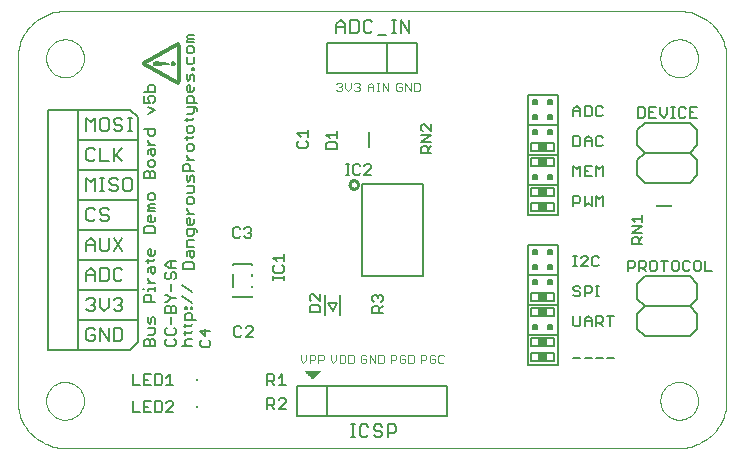
<source format=gto>
G75*
G70*
%OFA0B0*%
%FSLAX24Y24*%
%IPPOS*%
%LPD*%
%AMOC8*
5,1,8,0,0,1.08239X$1,22.5*
%
%ADD10C,0.0100*%
%ADD11C,0.0050*%
%ADD12C,0.0040*%
%ADD13C,0.0080*%
%ADD14C,0.0025*%
%ADD15R,0.0079X0.0079*%
%ADD16C,0.0060*%
%ADD17R,0.0551X0.0039*%
%ADD18R,0.0551X0.0079*%
%ADD19R,0.0039X0.0079*%
%ADD20R,0.0039X0.0551*%
%ADD21R,0.0079X0.0551*%
%ADD22R,0.0079X0.0039*%
%ADD23C,0.0120*%
%ADD24C,0.0000*%
D10*
X015453Y012198D02*
X015455Y012221D01*
X015461Y012244D01*
X015470Y012265D01*
X015483Y012285D01*
X015499Y012302D01*
X015517Y012316D01*
X015537Y012327D01*
X015559Y012335D01*
X015582Y012339D01*
X015606Y012339D01*
X015629Y012335D01*
X015651Y012327D01*
X015671Y012316D01*
X015689Y012302D01*
X015705Y012285D01*
X015718Y012265D01*
X015727Y012244D01*
X015733Y012221D01*
X015735Y012198D01*
X015733Y012175D01*
X015727Y012152D01*
X015718Y012131D01*
X015705Y012111D01*
X015689Y012094D01*
X015671Y012080D01*
X015651Y012069D01*
X015629Y012061D01*
X015606Y012057D01*
X015582Y012057D01*
X015559Y012061D01*
X015537Y012069D01*
X015517Y012080D01*
X015499Y012094D01*
X015483Y012111D01*
X015470Y012131D01*
X015461Y012152D01*
X015455Y012175D01*
X015453Y012198D01*
D11*
X015453Y012526D02*
X015336Y012526D01*
X015394Y012526D02*
X015394Y012877D01*
X015336Y012877D02*
X015453Y012877D01*
X015582Y012818D02*
X015582Y012585D01*
X015640Y012526D01*
X015757Y012526D01*
X015815Y012585D01*
X015950Y012526D02*
X016183Y012760D01*
X016183Y012818D01*
X016125Y012877D01*
X016008Y012877D01*
X015950Y012818D01*
X015815Y012818D02*
X015757Y012877D01*
X015640Y012877D01*
X015582Y012818D01*
X015950Y012526D02*
X016183Y012526D01*
X015031Y013369D02*
X015031Y013544D01*
X014973Y013602D01*
X014739Y013602D01*
X014681Y013544D01*
X014681Y013369D01*
X015031Y013369D01*
X015031Y013737D02*
X015031Y013971D01*
X015031Y013854D02*
X014681Y013854D01*
X014797Y013737D01*
X014069Y013790D02*
X014069Y014024D01*
X014069Y013907D02*
X013719Y013907D01*
X013836Y013790D01*
X013778Y013656D02*
X013719Y013597D01*
X013719Y013480D01*
X013778Y013422D01*
X014011Y013422D01*
X014069Y013480D01*
X014069Y013597D01*
X014011Y013656D01*
X014714Y015909D02*
X014714Y016909D01*
X016714Y016909D01*
X016714Y015909D01*
X014714Y015909D01*
X016714Y015909D02*
X017714Y015909D01*
X017714Y016909D01*
X016714Y016909D01*
X017890Y014206D02*
X017832Y014147D01*
X017832Y014031D01*
X017890Y013972D01*
X017832Y013837D02*
X018182Y013837D01*
X017832Y013604D01*
X018182Y013604D01*
X018182Y013469D02*
X018065Y013352D01*
X018065Y013411D02*
X018065Y013236D01*
X018182Y013236D02*
X017832Y013236D01*
X017832Y013411D01*
X017890Y013469D01*
X018007Y013469D01*
X018065Y013411D01*
X018182Y013972D02*
X017948Y014206D01*
X017890Y014206D01*
X018182Y014206D02*
X018182Y013972D01*
X021394Y014198D02*
X021394Y013198D01*
X021394Y012198D01*
X021394Y011198D01*
X022394Y011198D01*
X022394Y012198D01*
X021394Y012198D01*
X021519Y012073D02*
X022269Y012073D01*
X022269Y011823D01*
X021519Y011823D01*
X021519Y012073D01*
X021769Y012073D02*
X022019Y012073D01*
X022019Y012048D01*
X021769Y012048D01*
X021769Y012073D01*
X021769Y012048D02*
X021769Y011998D01*
X022019Y011998D01*
X022019Y011948D01*
X021769Y011948D01*
X021769Y011898D01*
X022019Y011898D01*
X022019Y011848D01*
X021769Y011848D01*
X021769Y011898D01*
X021769Y011948D02*
X021769Y011998D01*
X021769Y011848D02*
X021769Y011823D01*
X022019Y011823D01*
X022019Y011848D01*
X022019Y011898D02*
X022019Y011948D01*
X022019Y011998D02*
X022019Y012048D01*
X022394Y012198D02*
X022394Y013198D01*
X021394Y013198D01*
X021519Y013323D02*
X022269Y013323D01*
X022269Y013573D01*
X021519Y013573D01*
X021519Y013323D01*
X021519Y013073D02*
X022269Y013073D01*
X022269Y012823D01*
X021519Y012823D01*
X021519Y013073D01*
X021769Y013073D02*
X022019Y013073D01*
X022019Y013048D01*
X021769Y013048D01*
X021769Y013073D01*
X021769Y013048D02*
X021769Y012998D01*
X022019Y012998D01*
X022019Y012948D01*
X021769Y012948D01*
X021769Y012898D01*
X022019Y012898D01*
X022019Y012848D01*
X021769Y012848D01*
X021769Y012898D01*
X021769Y012948D02*
X021769Y012998D01*
X021769Y012848D02*
X021769Y012823D01*
X022019Y012823D01*
X022019Y012848D01*
X022019Y012898D02*
X022019Y012948D01*
X022019Y012998D02*
X022019Y013048D01*
X022019Y013323D02*
X021769Y013323D01*
X021769Y013348D01*
X022019Y013348D01*
X022019Y013323D01*
X022019Y013348D02*
X022019Y013398D01*
X021769Y013398D01*
X021769Y013448D01*
X022019Y013448D01*
X022019Y013498D01*
X021769Y013498D01*
X021769Y013548D01*
X022019Y013548D01*
X022019Y013498D01*
X022019Y013548D02*
X022019Y013573D01*
X021769Y013573D01*
X021769Y013548D01*
X021769Y013498D02*
X021769Y013448D01*
X021769Y013398D02*
X021769Y013348D01*
X022019Y013398D02*
X022019Y013448D01*
X022394Y013198D02*
X022394Y014198D01*
X021394Y014198D01*
X021394Y015198D01*
X022394Y015198D01*
X022394Y014198D01*
X022207Y014385D02*
X022082Y014385D01*
X022082Y014398D01*
X022082Y014448D01*
X022207Y014448D01*
X022207Y014498D01*
X022082Y014498D01*
X022082Y014510D01*
X022207Y014510D01*
X022207Y014498D01*
X022207Y014448D02*
X022207Y014398D01*
X022082Y014398D01*
X022082Y014448D02*
X022082Y014498D01*
X022207Y014398D02*
X022207Y014385D01*
X022207Y014010D02*
X022082Y014010D01*
X022082Y013998D01*
X022207Y013998D01*
X022207Y013948D01*
X022082Y013948D01*
X022082Y013898D01*
X022207Y013898D01*
X022207Y013885D01*
X022082Y013885D01*
X022082Y013898D01*
X022082Y013948D02*
X022082Y013998D01*
X022207Y014010D02*
X022207Y013998D01*
X022207Y013948D02*
X022207Y013898D01*
X021707Y013898D02*
X021582Y013898D01*
X021582Y013948D01*
X021707Y013948D01*
X021707Y013998D01*
X021582Y013998D01*
X021582Y014010D01*
X021707Y014010D01*
X021707Y013998D01*
X021707Y013948D02*
X021707Y013898D01*
X021707Y013885D01*
X021582Y013885D01*
X021582Y013898D01*
X021582Y013948D02*
X021582Y013998D01*
X021582Y014385D02*
X021707Y014385D01*
X021707Y014398D01*
X021582Y014398D01*
X021582Y014448D01*
X021707Y014448D01*
X021707Y014498D01*
X021582Y014498D01*
X021582Y014510D01*
X021707Y014510D01*
X021707Y014498D01*
X021707Y014448D02*
X021707Y014398D01*
X021582Y014385D02*
X021582Y014398D01*
X021582Y014448D02*
X021582Y014498D01*
X021582Y014885D02*
X021707Y014885D01*
X021707Y014898D01*
X021582Y014898D01*
X021582Y014948D01*
X021707Y014948D01*
X021707Y014998D01*
X021582Y014998D01*
X021582Y015010D01*
X021707Y015010D01*
X021707Y014998D01*
X021707Y014948D02*
X021707Y014898D01*
X021582Y014885D02*
X021582Y014898D01*
X021582Y014948D02*
X021582Y014998D01*
X022082Y014998D02*
X022207Y014998D01*
X022207Y014948D01*
X022082Y014948D01*
X022082Y014898D01*
X022207Y014898D01*
X022207Y014885D01*
X022082Y014885D01*
X022082Y014898D01*
X022082Y014948D02*
X022082Y014998D01*
X022082Y015010D01*
X022207Y015010D01*
X022207Y014998D01*
X022207Y014948D02*
X022207Y014898D01*
X022919Y014706D02*
X022919Y014473D01*
X022919Y014648D02*
X023153Y014648D01*
X023153Y014706D02*
X023153Y014473D01*
X023288Y014473D02*
X023463Y014473D01*
X023521Y014531D01*
X023521Y014765D01*
X023463Y014823D01*
X023288Y014823D01*
X023288Y014473D01*
X023153Y014706D02*
X023036Y014823D01*
X022919Y014706D01*
X023656Y014765D02*
X023656Y014531D01*
X023714Y014473D01*
X023831Y014473D01*
X023889Y014531D01*
X023889Y014765D02*
X023831Y014823D01*
X023714Y014823D01*
X023656Y014765D01*
X023714Y013823D02*
X023656Y013765D01*
X023656Y013531D01*
X023714Y013473D01*
X023831Y013473D01*
X023889Y013531D01*
X023521Y013473D02*
X023521Y013706D01*
X023404Y013823D01*
X023288Y013706D01*
X023288Y013473D01*
X023153Y013531D02*
X023153Y013765D01*
X023094Y013823D01*
X022919Y013823D01*
X022919Y013473D01*
X023094Y013473D01*
X023153Y013531D01*
X023288Y013648D02*
X023521Y013648D01*
X023714Y013823D02*
X023831Y013823D01*
X023889Y013765D01*
X025073Y014434D02*
X025248Y014434D01*
X025306Y014493D01*
X025306Y014726D01*
X025248Y014784D01*
X025073Y014784D01*
X025073Y014434D01*
X025441Y014434D02*
X025675Y014434D01*
X025809Y014551D02*
X025926Y014434D01*
X026043Y014551D01*
X026043Y014784D01*
X026178Y014784D02*
X026295Y014784D01*
X026236Y014784D02*
X026236Y014434D01*
X026178Y014434D02*
X026295Y014434D01*
X026423Y014493D02*
X026482Y014434D01*
X026598Y014434D01*
X026657Y014493D01*
X026792Y014434D02*
X027025Y014434D01*
X026908Y014609D02*
X026792Y014609D01*
X026792Y014784D02*
X026792Y014434D01*
X026657Y014726D02*
X026598Y014784D01*
X026482Y014784D01*
X026423Y014726D01*
X026423Y014493D01*
X026792Y014784D02*
X027025Y014784D01*
X025809Y014784D02*
X025809Y014551D01*
X025558Y014609D02*
X025441Y014609D01*
X025441Y014784D02*
X025441Y014434D01*
X025441Y014784D02*
X025675Y014784D01*
X023889Y012823D02*
X023889Y012473D01*
X023656Y012473D02*
X023656Y012823D01*
X023773Y012706D01*
X023889Y012823D01*
X023521Y012823D02*
X023288Y012823D01*
X023288Y012473D01*
X023521Y012473D01*
X023404Y012648D02*
X023288Y012648D01*
X023153Y012823D02*
X023153Y012473D01*
X022919Y012473D02*
X022919Y012823D01*
X023036Y012706D01*
X023153Y012823D01*
X022207Y012510D02*
X022082Y012510D01*
X022082Y012498D01*
X022207Y012498D01*
X022207Y012448D01*
X022082Y012448D01*
X022082Y012398D01*
X022207Y012398D01*
X022207Y012385D01*
X022082Y012385D01*
X022082Y012398D01*
X022082Y012448D02*
X022082Y012498D01*
X022207Y012510D02*
X022207Y012498D01*
X022207Y012448D02*
X022207Y012398D01*
X021707Y012398D02*
X021582Y012398D01*
X021582Y012448D01*
X021707Y012448D01*
X021707Y012498D01*
X021582Y012498D01*
X021582Y012510D01*
X021707Y012510D01*
X021707Y012498D01*
X021707Y012448D02*
X021707Y012398D01*
X021707Y012385D01*
X021582Y012385D01*
X021582Y012398D01*
X021582Y012448D02*
X021582Y012498D01*
X021519Y011573D02*
X022269Y011573D01*
X022269Y011323D01*
X021519Y011323D01*
X021519Y011573D01*
X021769Y011573D02*
X022019Y011573D01*
X022019Y011548D01*
X021769Y011548D01*
X021769Y011573D01*
X021769Y011548D02*
X021769Y011498D01*
X022019Y011498D01*
X022019Y011448D01*
X021769Y011448D01*
X021769Y011398D01*
X022019Y011398D01*
X022019Y011348D01*
X021769Y011348D01*
X021769Y011398D01*
X021769Y011448D02*
X021769Y011498D01*
X021769Y011348D02*
X021769Y011323D01*
X022019Y011323D01*
X022019Y011348D01*
X022019Y011398D02*
X022019Y011448D01*
X022019Y011498D02*
X022019Y011548D01*
X022919Y011590D02*
X023094Y011590D01*
X023153Y011648D01*
X023153Y011765D01*
X023094Y011823D01*
X022919Y011823D01*
X022919Y011473D01*
X023288Y011473D02*
X023404Y011590D01*
X023521Y011473D01*
X023521Y011823D01*
X023656Y011823D02*
X023773Y011706D01*
X023889Y011823D01*
X023889Y011473D01*
X023656Y011473D02*
X023656Y011823D01*
X023288Y011823D02*
X023288Y011473D01*
X024862Y011061D02*
X025212Y011061D01*
X025212Y010944D02*
X025212Y011178D01*
X024978Y010944D02*
X024862Y011061D01*
X024862Y010809D02*
X025212Y010809D01*
X024862Y010576D01*
X025212Y010576D01*
X025212Y010441D02*
X025095Y010324D01*
X025095Y010383D02*
X025095Y010208D01*
X025212Y010208D02*
X024862Y010208D01*
X024862Y010383D01*
X024920Y010441D01*
X025037Y010441D01*
X025095Y010383D01*
X025091Y009666D02*
X025266Y009666D01*
X025325Y009608D01*
X025325Y009491D01*
X025266Y009433D01*
X025091Y009433D01*
X025091Y009316D02*
X025091Y009666D01*
X024956Y009608D02*
X024956Y009491D01*
X024898Y009433D01*
X024723Y009433D01*
X024723Y009316D02*
X024723Y009666D01*
X024898Y009666D01*
X024956Y009608D01*
X025208Y009433D02*
X025325Y009316D01*
X025459Y009374D02*
X025518Y009316D01*
X025635Y009316D01*
X025693Y009374D01*
X025693Y009608D01*
X025635Y009666D01*
X025518Y009666D01*
X025459Y009608D01*
X025459Y009374D01*
X025828Y009666D02*
X026061Y009666D01*
X025945Y009666D02*
X025945Y009316D01*
X026196Y009374D02*
X026196Y009608D01*
X026254Y009666D01*
X026371Y009666D01*
X026430Y009608D01*
X026430Y009374D01*
X026371Y009316D01*
X026254Y009316D01*
X026196Y009374D01*
X026564Y009374D02*
X026564Y009608D01*
X026623Y009666D01*
X026740Y009666D01*
X026798Y009608D01*
X026933Y009608D02*
X026933Y009374D01*
X026991Y009316D01*
X027108Y009316D01*
X027166Y009374D01*
X027166Y009608D01*
X027108Y009666D01*
X026991Y009666D01*
X026933Y009608D01*
X026798Y009374D02*
X026740Y009316D01*
X026623Y009316D01*
X026564Y009374D01*
X027301Y009316D02*
X027535Y009316D01*
X027301Y009316D02*
X027301Y009666D01*
X024258Y007823D02*
X024024Y007823D01*
X024141Y007823D02*
X024141Y007473D01*
X023889Y007473D02*
X023773Y007590D01*
X023831Y007590D02*
X023656Y007590D01*
X023656Y007473D02*
X023656Y007823D01*
X023831Y007823D01*
X023889Y007765D01*
X023889Y007648D01*
X023831Y007590D01*
X023521Y007648D02*
X023288Y007648D01*
X023288Y007706D02*
X023288Y007473D01*
X023153Y007531D02*
X023153Y007823D01*
X023288Y007706D02*
X023404Y007823D01*
X023521Y007706D01*
X023521Y007473D01*
X023153Y007531D02*
X023094Y007473D01*
X022978Y007473D01*
X022919Y007531D01*
X022919Y007823D01*
X022394Y008198D02*
X022394Y007198D01*
X022394Y006198D01*
X021394Y006198D01*
X021394Y007198D01*
X022394Y007198D01*
X022269Y007073D02*
X022269Y006823D01*
X021519Y006823D01*
X021519Y007073D01*
X022269Y007073D01*
X022019Y007073D02*
X022019Y007048D01*
X021769Y007048D01*
X021769Y007073D01*
X022019Y007073D01*
X022019Y007048D02*
X022019Y006998D01*
X022019Y006948D01*
X021769Y006948D01*
X021769Y006898D01*
X022019Y006898D01*
X022019Y006848D01*
X021769Y006848D01*
X021769Y006898D01*
X021769Y006948D02*
X021769Y006998D01*
X022019Y006998D01*
X022019Y006948D02*
X022019Y006898D01*
X022019Y006848D02*
X022019Y006823D01*
X021769Y006823D01*
X021769Y006848D01*
X021769Y006998D02*
X021769Y007048D01*
X021394Y007198D02*
X021394Y008198D01*
X022394Y008198D01*
X022394Y009198D01*
X021394Y009198D01*
X021394Y008198D01*
X021519Y008323D02*
X022269Y008323D01*
X022269Y008573D01*
X021519Y008573D01*
X021519Y008323D01*
X021769Y008323D02*
X022019Y008323D01*
X022019Y008348D01*
X021769Y008348D01*
X021769Y008398D01*
X021769Y008448D01*
X022019Y008448D01*
X022019Y008498D01*
X021769Y008498D01*
X021769Y008548D01*
X022019Y008548D01*
X022019Y008498D01*
X022019Y008548D02*
X022019Y008573D01*
X021769Y008573D01*
X021769Y008548D01*
X021769Y008498D02*
X021769Y008448D01*
X021769Y008398D02*
X022019Y008398D01*
X022019Y008348D01*
X022019Y008398D02*
X022019Y008448D01*
X021769Y008348D02*
X021769Y008323D01*
X021769Y008073D02*
X022019Y008073D01*
X022019Y008048D01*
X021769Y008048D01*
X021769Y008073D01*
X021769Y008048D02*
X021769Y007998D01*
X022019Y007998D01*
X022019Y007948D01*
X021769Y007948D01*
X021769Y007898D01*
X022019Y007898D01*
X022019Y007848D01*
X021769Y007848D01*
X021769Y007898D01*
X021769Y007948D02*
X021769Y007998D01*
X021769Y007848D02*
X021769Y007823D01*
X022019Y007823D01*
X022019Y007848D01*
X022019Y007898D02*
X022019Y007948D01*
X022019Y007998D02*
X022019Y008048D01*
X022269Y008073D02*
X022269Y007823D01*
X021519Y007823D01*
X021519Y008073D01*
X022269Y008073D01*
X022207Y007510D02*
X022082Y007510D01*
X022082Y007498D01*
X022207Y007498D01*
X022207Y007448D01*
X022082Y007448D01*
X022082Y007398D01*
X022207Y007398D01*
X022207Y007385D01*
X022082Y007385D01*
X022082Y007398D01*
X022082Y007448D02*
X022082Y007498D01*
X022207Y007510D02*
X022207Y007498D01*
X022207Y007448D02*
X022207Y007398D01*
X021707Y007398D02*
X021582Y007398D01*
X021582Y007448D01*
X021707Y007448D01*
X021707Y007498D01*
X021582Y007498D01*
X021582Y007510D01*
X021707Y007510D01*
X021707Y007498D01*
X021707Y007448D02*
X021707Y007398D01*
X021707Y007385D01*
X021582Y007385D01*
X021582Y007398D01*
X021582Y007448D02*
X021582Y007498D01*
X022919Y008531D02*
X022978Y008473D01*
X023094Y008473D01*
X023153Y008531D01*
X023153Y008590D01*
X023094Y008648D01*
X022978Y008648D01*
X022919Y008706D01*
X022919Y008765D01*
X022978Y008823D01*
X023094Y008823D01*
X023153Y008765D01*
X023288Y008823D02*
X023463Y008823D01*
X023521Y008765D01*
X023521Y008648D01*
X023463Y008590D01*
X023288Y008590D01*
X023288Y008473D02*
X023288Y008823D01*
X023656Y008823D02*
X023773Y008823D01*
X023714Y008823D02*
X023714Y008473D01*
X023656Y008473D02*
X023773Y008473D01*
X023708Y009473D02*
X023767Y009531D01*
X023708Y009473D02*
X023591Y009473D01*
X023533Y009531D01*
X023533Y009765D01*
X023591Y009823D01*
X023708Y009823D01*
X023767Y009765D01*
X023398Y009765D02*
X023340Y009823D01*
X023223Y009823D01*
X023165Y009765D01*
X023036Y009823D02*
X022919Y009823D01*
X022978Y009823D02*
X022978Y009473D01*
X023036Y009473D02*
X022919Y009473D01*
X023165Y009473D02*
X023398Y009706D01*
X023398Y009765D01*
X023398Y009473D02*
X023165Y009473D01*
X022394Y009198D02*
X022394Y010198D01*
X021394Y010198D01*
X021394Y009198D01*
X021582Y009010D02*
X021707Y009010D01*
X021707Y008998D01*
X021707Y008948D01*
X021582Y008948D01*
X021582Y008898D01*
X021707Y008898D01*
X021707Y008885D01*
X021582Y008885D01*
X021582Y008898D01*
X021582Y008948D02*
X021582Y008998D01*
X021707Y008998D01*
X021707Y008948D02*
X021707Y008898D01*
X021582Y008998D02*
X021582Y009010D01*
X022082Y009010D02*
X022207Y009010D01*
X022207Y008998D01*
X022207Y008948D01*
X022082Y008948D01*
X022082Y008898D01*
X022207Y008898D01*
X022207Y008885D01*
X022082Y008885D01*
X022082Y008898D01*
X022082Y008948D02*
X022082Y008998D01*
X022207Y008998D01*
X022207Y008948D02*
X022207Y008898D01*
X022082Y008998D02*
X022082Y009010D01*
X022082Y009385D02*
X022207Y009385D01*
X022207Y009398D01*
X022082Y009398D01*
X022082Y009448D01*
X022207Y009448D01*
X022207Y009498D01*
X022082Y009498D01*
X022082Y009510D01*
X022207Y009510D01*
X022207Y009498D01*
X022207Y009448D02*
X022207Y009398D01*
X022082Y009385D02*
X022082Y009398D01*
X022082Y009448D02*
X022082Y009498D01*
X021707Y009498D02*
X021707Y009448D01*
X021582Y009448D01*
X021582Y009398D01*
X021707Y009398D01*
X021707Y009385D01*
X021582Y009385D01*
X021582Y009398D01*
X021582Y009448D02*
X021582Y009498D01*
X021707Y009498D01*
X021707Y009510D01*
X021582Y009510D01*
X021582Y009498D01*
X021707Y009448D02*
X021707Y009398D01*
X021707Y009885D02*
X021582Y009885D01*
X021582Y009898D01*
X021582Y009948D01*
X021707Y009948D01*
X021707Y009998D01*
X021582Y009998D01*
X021582Y010010D01*
X021707Y010010D01*
X021707Y009998D01*
X021707Y009948D02*
X021707Y009898D01*
X021582Y009898D01*
X021582Y009948D02*
X021582Y009998D01*
X021707Y009898D02*
X021707Y009885D01*
X022082Y009885D02*
X022082Y009898D01*
X022082Y009948D01*
X022207Y009948D01*
X022207Y009998D01*
X022082Y009998D01*
X022082Y010010D01*
X022207Y010010D01*
X022207Y009998D01*
X022207Y009948D02*
X022207Y009898D01*
X022082Y009898D01*
X022082Y009885D02*
X022207Y009885D01*
X022207Y009898D01*
X022082Y009948D02*
X022082Y009998D01*
X022019Y006573D02*
X021769Y006573D01*
X021769Y006548D01*
X022019Y006548D01*
X022019Y006498D01*
X022019Y006448D01*
X021769Y006448D01*
X021769Y006398D01*
X022019Y006398D01*
X022019Y006348D01*
X021769Y006348D01*
X021769Y006398D01*
X021769Y006448D02*
X021769Y006498D01*
X022019Y006498D01*
X022019Y006548D02*
X022019Y006573D01*
X022019Y006448D02*
X022019Y006398D01*
X022019Y006348D02*
X022019Y006323D01*
X021769Y006323D01*
X021769Y006348D01*
X021769Y006498D02*
X021769Y006548D01*
X021519Y006573D02*
X022269Y006573D01*
X022269Y006323D01*
X021519Y006323D01*
X021519Y006573D01*
X022919Y006415D02*
X023153Y006415D01*
X023288Y006415D02*
X023521Y006415D01*
X023656Y006415D02*
X023889Y006415D01*
X024024Y006415D02*
X024258Y006415D01*
X018705Y005491D02*
X018705Y004491D01*
X014705Y004491D01*
X014705Y005491D01*
X018705Y005491D01*
X016569Y007922D02*
X016219Y007922D01*
X016219Y008097D01*
X016277Y008156D01*
X016394Y008156D01*
X016452Y008097D01*
X016452Y007922D01*
X016452Y008039D02*
X016569Y008156D01*
X016510Y008291D02*
X016569Y008349D01*
X016569Y008466D01*
X016510Y008524D01*
X016452Y008524D01*
X016394Y008466D01*
X016394Y008407D01*
X016394Y008466D02*
X016335Y008524D01*
X016277Y008524D01*
X016219Y008466D01*
X016219Y008349D01*
X016277Y008291D01*
X015150Y008533D02*
X015150Y007864D01*
X014894Y008001D02*
X015052Y008238D01*
X014737Y008238D01*
X014894Y008001D01*
X014638Y007864D02*
X014638Y008533D01*
X014475Y008542D02*
X014475Y008309D01*
X014242Y008542D01*
X014184Y008542D01*
X014125Y008484D01*
X014125Y008367D01*
X014184Y008309D01*
X014184Y008174D02*
X014125Y008115D01*
X014125Y007940D01*
X014475Y007940D01*
X014475Y008115D01*
X014417Y008174D01*
X014184Y008174D01*
X013269Y009023D02*
X013269Y009140D01*
X013269Y009081D02*
X012919Y009081D01*
X012919Y009023D02*
X012919Y009140D01*
X012977Y009268D02*
X012919Y009327D01*
X012919Y009444D01*
X012977Y009502D01*
X013036Y009637D02*
X012919Y009754D01*
X013269Y009754D01*
X013269Y009870D02*
X013269Y009637D01*
X013211Y009502D02*
X013269Y009444D01*
X013269Y009327D01*
X013211Y009268D01*
X012977Y009268D01*
X012126Y010423D02*
X012009Y010423D01*
X011951Y010481D01*
X011816Y010481D02*
X011758Y010423D01*
X011641Y010423D01*
X011583Y010481D01*
X011583Y010715D01*
X011641Y010773D01*
X011758Y010773D01*
X011816Y010715D01*
X011951Y010715D02*
X012009Y010773D01*
X012126Y010773D01*
X012185Y010715D01*
X012185Y010656D01*
X012126Y010598D01*
X012185Y010540D01*
X012185Y010481D01*
X012126Y010423D01*
X012126Y010598D02*
X012068Y010598D01*
X010374Y010613D02*
X010374Y010671D01*
X010316Y010730D01*
X010024Y010730D01*
X010024Y010555D01*
X010082Y010496D01*
X010199Y010496D01*
X010257Y010555D01*
X010257Y010730D01*
X010199Y010864D02*
X010082Y010864D01*
X010024Y010923D01*
X010024Y011040D01*
X010082Y011098D01*
X010141Y011098D01*
X010141Y010864D01*
X010199Y010864D02*
X010257Y010923D01*
X010257Y011040D01*
X010257Y011233D02*
X010024Y011233D01*
X010024Y011350D02*
X010024Y011408D01*
X010024Y011350D02*
X010141Y011233D01*
X010082Y011540D02*
X010199Y011540D01*
X010257Y011598D01*
X010257Y011715D01*
X010199Y011773D01*
X010082Y011773D01*
X010024Y011715D01*
X010024Y011598D01*
X010082Y011540D01*
X010024Y011908D02*
X010199Y011908D01*
X010257Y011966D01*
X010257Y012141D01*
X010024Y012141D01*
X010082Y012276D02*
X010024Y012335D01*
X010024Y012510D01*
X010141Y012451D02*
X010141Y012335D01*
X010082Y012276D01*
X010257Y012276D02*
X010257Y012451D01*
X010199Y012510D01*
X010141Y012451D01*
X010141Y012645D02*
X010141Y012820D01*
X010082Y012878D01*
X009965Y012878D01*
X009907Y012820D01*
X009907Y012645D01*
X010257Y012645D01*
X010257Y013013D02*
X010024Y013013D01*
X010141Y013013D02*
X010024Y013130D01*
X010024Y013188D01*
X010082Y013320D02*
X010199Y013320D01*
X010257Y013378D01*
X010257Y013495D01*
X010199Y013553D01*
X010082Y013553D01*
X010024Y013495D01*
X010024Y013378D01*
X010082Y013320D01*
X010024Y013688D02*
X010024Y013805D01*
X009965Y013746D02*
X010199Y013746D01*
X010257Y013805D01*
X010199Y013934D02*
X010257Y013992D01*
X010257Y014109D01*
X010199Y014167D01*
X010082Y014167D01*
X010024Y014109D01*
X010024Y013992D01*
X010082Y013934D01*
X010199Y013934D01*
X010024Y014302D02*
X010024Y014419D01*
X009965Y014360D02*
X010199Y014360D01*
X010257Y014419D01*
X010199Y014547D02*
X010024Y014547D01*
X010199Y014547D02*
X010257Y014606D01*
X010257Y014781D01*
X010316Y014781D02*
X010374Y014723D01*
X010374Y014664D01*
X010316Y014781D02*
X010024Y014781D01*
X010024Y014916D02*
X010024Y015091D01*
X010082Y015149D01*
X010199Y015149D01*
X010257Y015091D01*
X010257Y014916D01*
X010374Y014916D02*
X010024Y014916D01*
X010082Y015284D02*
X010024Y015342D01*
X010024Y015459D01*
X010082Y015518D01*
X010141Y015518D01*
X010141Y015284D01*
X010199Y015284D02*
X010082Y015284D01*
X010199Y015284D02*
X010257Y015342D01*
X010257Y015459D01*
X010257Y015652D02*
X010257Y015827D01*
X010199Y015886D01*
X010141Y015827D01*
X010141Y015711D01*
X010082Y015652D01*
X010024Y015711D01*
X010024Y015886D01*
X010199Y016021D02*
X010199Y016079D01*
X010257Y016079D01*
X010257Y016021D01*
X010199Y016021D01*
X010199Y016205D02*
X010082Y016205D01*
X010024Y016263D01*
X010024Y016438D01*
X010082Y016573D02*
X010199Y016573D01*
X010257Y016631D01*
X010257Y016748D01*
X010199Y016807D01*
X010082Y016807D01*
X010024Y016748D01*
X010024Y016631D01*
X010082Y016573D01*
X010257Y016438D02*
X010257Y016263D01*
X010199Y016205D01*
X009527Y016232D02*
X009529Y016245D01*
X009534Y016257D01*
X009543Y016268D01*
X009553Y016276D01*
X009566Y016280D01*
X009579Y016281D01*
X009592Y016278D01*
X009604Y016272D01*
X009614Y016263D01*
X009621Y016252D01*
X009625Y016239D01*
X009625Y016225D01*
X009621Y016212D01*
X009614Y016201D01*
X009604Y016192D01*
X009592Y016186D01*
X009579Y016183D01*
X009566Y016184D01*
X009553Y016188D01*
X009543Y016196D01*
X009534Y016207D01*
X009529Y016219D01*
X009527Y016232D01*
X009429Y016232D02*
X008986Y016281D01*
X008986Y016183D01*
X009429Y016232D01*
X009428Y016232D02*
X008986Y016232D01*
X008986Y016281D02*
X008973Y016279D01*
X008962Y016274D01*
X008951Y016267D01*
X008944Y016256D01*
X008939Y016245D01*
X008937Y016232D01*
X008939Y016219D01*
X008944Y016207D01*
X008951Y016197D01*
X008962Y016190D01*
X008973Y016185D01*
X008986Y016183D01*
X008986Y016184D02*
X008993Y016184D01*
X008986Y016281D02*
X008991Y016281D01*
X010024Y016941D02*
X010024Y017000D01*
X010082Y017058D01*
X010024Y017117D01*
X010082Y017175D01*
X010257Y017175D01*
X010257Y017058D02*
X010082Y017058D01*
X010024Y016941D02*
X010257Y016941D01*
X008909Y015529D02*
X008793Y015529D01*
X008734Y015471D01*
X008734Y015296D01*
X008618Y015296D02*
X008968Y015296D01*
X008968Y015471D01*
X008909Y015529D01*
X008909Y015161D02*
X008793Y015161D01*
X008734Y015103D01*
X008734Y015044D01*
X008793Y014927D01*
X008618Y014927D01*
X008618Y015161D01*
X008909Y015161D02*
X008968Y015103D01*
X008968Y014986D01*
X008909Y014927D01*
X008734Y014793D02*
X008968Y014676D01*
X008734Y014559D01*
X008395Y014450D02*
X008395Y013700D01*
X006395Y013700D01*
X006395Y014700D01*
X008145Y014700D01*
X008395Y014450D01*
X008618Y014056D02*
X008968Y014056D01*
X008968Y013881D01*
X008909Y013822D01*
X008793Y013822D01*
X008734Y013881D01*
X008734Y014056D01*
X008734Y013691D02*
X008734Y013632D01*
X008851Y013516D01*
X008968Y013516D02*
X008734Y013516D01*
X008793Y013381D02*
X008968Y013381D01*
X008968Y013206D01*
X008909Y013147D01*
X008851Y013206D01*
X008851Y013381D01*
X008793Y013381D02*
X008734Y013322D01*
X008734Y013206D01*
X008793Y013012D02*
X008734Y012954D01*
X008734Y012837D01*
X008793Y012779D01*
X008909Y012779D01*
X008968Y012837D01*
X008968Y012954D01*
X008909Y013012D01*
X008793Y013012D01*
X008851Y012644D02*
X008909Y012644D01*
X008968Y012586D01*
X008968Y012411D01*
X008618Y012411D01*
X008618Y012586D01*
X008676Y012644D01*
X008734Y012644D01*
X008793Y012586D01*
X008793Y012411D01*
X008793Y012586D02*
X008851Y012644D01*
X008395Y012700D02*
X006395Y012700D01*
X006395Y013700D01*
X006395Y012700D02*
X006395Y011700D01*
X008395Y011700D01*
X008395Y010700D01*
X006395Y010700D01*
X006395Y011700D01*
X006395Y010700D02*
X006395Y009700D01*
X008395Y009700D01*
X008395Y008700D01*
X006395Y008700D01*
X006395Y009700D01*
X006395Y008700D02*
X006395Y007700D01*
X008395Y007700D01*
X008395Y006950D01*
X008145Y006700D01*
X006395Y006700D01*
X006395Y007700D01*
X006395Y006700D02*
X005395Y006700D01*
X005395Y014700D01*
X006395Y014700D01*
X008395Y013700D02*
X008395Y012700D01*
X008395Y011700D01*
X008734Y011732D02*
X008793Y011674D01*
X008909Y011674D01*
X008968Y011732D01*
X008968Y011849D01*
X008909Y011908D01*
X008793Y011908D01*
X008734Y011849D01*
X008734Y011732D01*
X008793Y011539D02*
X008968Y011539D01*
X008968Y011422D02*
X008793Y011422D01*
X008734Y011481D01*
X008793Y011539D01*
X008793Y011422D02*
X008734Y011364D01*
X008734Y011306D01*
X008968Y011306D01*
X008851Y011171D02*
X008851Y010937D01*
X008793Y010937D02*
X008734Y010996D01*
X008734Y011113D01*
X008793Y011171D01*
X008851Y011171D01*
X008968Y011113D02*
X008968Y010996D01*
X008909Y010937D01*
X008793Y010937D01*
X008909Y010803D02*
X008676Y010803D01*
X008618Y010744D01*
X008618Y010569D01*
X008968Y010569D01*
X008968Y010744D01*
X008909Y010803D01*
X008395Y010700D02*
X008395Y009700D01*
X008676Y009645D02*
X008909Y009645D01*
X008968Y009704D01*
X008909Y009833D02*
X008793Y009833D01*
X008734Y009891D01*
X008734Y010008D01*
X008793Y010066D01*
X008851Y010066D01*
X008851Y009833D01*
X008909Y009833D02*
X008968Y009891D01*
X008968Y010008D01*
X008734Y009704D02*
X008734Y009587D01*
X008793Y009452D02*
X008968Y009452D01*
X008968Y009277D01*
X008909Y009219D01*
X008851Y009277D01*
X008851Y009452D01*
X008793Y009452D02*
X008734Y009394D01*
X008734Y009277D01*
X008734Y009087D02*
X008734Y009029D01*
X008851Y008912D01*
X008968Y008912D02*
X008734Y008912D01*
X008734Y008725D02*
X008968Y008725D01*
X008968Y008783D02*
X008968Y008666D01*
X008793Y008531D02*
X008851Y008473D01*
X008851Y008298D01*
X008968Y008298D02*
X008618Y008298D01*
X008618Y008473D01*
X008676Y008531D01*
X008793Y008531D01*
X008734Y008666D02*
X008734Y008725D01*
X008618Y008725D02*
X008559Y008725D01*
X008395Y008700D02*
X008395Y007700D01*
X008734Y007620D02*
X008734Y007795D01*
X008851Y007736D02*
X008851Y007620D01*
X008793Y007561D01*
X008734Y007620D01*
X008851Y007736D02*
X008909Y007795D01*
X008968Y007736D01*
X008968Y007561D01*
X008968Y007427D02*
X008734Y007427D01*
X008968Y007427D02*
X008968Y007251D01*
X008909Y007193D01*
X008734Y007193D01*
X008734Y007058D02*
X008793Y007000D01*
X008793Y006825D01*
X008968Y006825D02*
X008618Y006825D01*
X008618Y007000D01*
X008676Y007058D01*
X008734Y007058D01*
X008793Y007000D02*
X008851Y007058D01*
X008909Y007058D01*
X008968Y007000D01*
X008968Y006825D01*
X009317Y006884D02*
X009375Y006825D01*
X009609Y006825D01*
X009667Y006884D01*
X009667Y007001D01*
X009609Y007059D01*
X009609Y007194D02*
X009375Y007194D01*
X009317Y007252D01*
X009317Y007369D01*
X009375Y007427D01*
X009492Y007562D02*
X009492Y007796D01*
X009492Y007930D02*
X009492Y008106D01*
X009551Y008164D01*
X009609Y008164D01*
X009667Y008106D01*
X009667Y007930D01*
X009317Y007930D01*
X009317Y008106D01*
X009375Y008164D01*
X009434Y008164D01*
X009492Y008106D01*
X009375Y008299D02*
X009492Y008415D01*
X009667Y008415D01*
X009492Y008415D02*
X009375Y008532D01*
X009317Y008532D01*
X009492Y008667D02*
X009492Y008901D01*
X009434Y009035D02*
X009492Y009094D01*
X009492Y009210D01*
X009551Y009269D01*
X009609Y009269D01*
X009667Y009210D01*
X009667Y009094D01*
X009609Y009035D01*
X009434Y009035D02*
X009375Y009035D01*
X009317Y009094D01*
X009317Y009210D01*
X009375Y009269D01*
X009434Y009404D02*
X009317Y009520D01*
X009434Y009637D01*
X009667Y009637D01*
X009492Y009637D02*
X009492Y009404D01*
X009434Y009404D02*
X009667Y009404D01*
X009907Y009391D02*
X009907Y009566D01*
X009965Y009625D01*
X010199Y009625D01*
X010257Y009566D01*
X010257Y009391D01*
X009907Y009391D01*
X010024Y009818D02*
X010024Y009935D01*
X010082Y009993D01*
X010257Y009993D01*
X010257Y009818D01*
X010199Y009760D01*
X010141Y009818D01*
X010141Y009993D01*
X010257Y010128D02*
X010024Y010128D01*
X010024Y010303D01*
X010082Y010361D01*
X010257Y010361D01*
X009868Y008839D02*
X010218Y008605D01*
X010218Y008237D02*
X009868Y008470D01*
X009985Y008111D02*
X010043Y008111D01*
X010043Y008053D01*
X009985Y008053D01*
X009985Y008111D01*
X010160Y008111D02*
X010160Y008053D01*
X010218Y008053D01*
X010218Y008111D01*
X010160Y008111D01*
X010160Y007918D02*
X010043Y007918D01*
X009985Y007860D01*
X009985Y007684D01*
X010335Y007684D01*
X010218Y007684D02*
X010218Y007860D01*
X010160Y007918D01*
X010218Y007556D02*
X010160Y007497D01*
X009926Y007497D01*
X009985Y007439D02*
X009985Y007556D01*
X009985Y007310D02*
X009985Y007193D01*
X009926Y007252D02*
X010160Y007252D01*
X010218Y007310D01*
X010469Y007330D02*
X010644Y007155D01*
X010644Y007388D01*
X010819Y007330D02*
X010469Y007330D01*
X010527Y007020D02*
X010469Y006961D01*
X010469Y006845D01*
X010527Y006786D01*
X010761Y006786D01*
X010819Y006845D01*
X010819Y006961D01*
X010761Y007020D01*
X010218Y007059D02*
X010043Y007059D01*
X009985Y007000D01*
X009985Y006884D01*
X010043Y006825D01*
X009868Y006825D02*
X010218Y006825D01*
X009667Y007252D02*
X009667Y007369D01*
X009609Y007427D01*
X009667Y007252D02*
X009609Y007194D01*
X009375Y007059D02*
X009317Y007001D01*
X009317Y006884D01*
X009468Y005873D02*
X009468Y005523D01*
X009351Y005523D02*
X009585Y005523D01*
X009351Y005756D02*
X009468Y005873D01*
X009216Y005815D02*
X009158Y005873D01*
X008983Y005873D01*
X008983Y005523D01*
X009158Y005523D01*
X009216Y005581D01*
X009216Y005815D01*
X008848Y005873D02*
X008614Y005873D01*
X008614Y005523D01*
X008848Y005523D01*
X008731Y005698D02*
X008614Y005698D01*
X008480Y005523D02*
X008246Y005523D01*
X008246Y005873D01*
X008246Y004973D02*
X008246Y004623D01*
X008480Y004623D01*
X008614Y004623D02*
X008848Y004623D01*
X008983Y004623D02*
X009158Y004623D01*
X009216Y004681D01*
X009216Y004915D01*
X009158Y004973D01*
X008983Y004973D01*
X008983Y004623D01*
X008731Y004798D02*
X008614Y004798D01*
X008614Y004973D02*
X008614Y004623D01*
X008614Y004973D02*
X008848Y004973D01*
X009351Y004915D02*
X009409Y004973D01*
X009526Y004973D01*
X009585Y004915D01*
X009585Y004856D01*
X009351Y004623D01*
X009585Y004623D01*
X012719Y004723D02*
X012719Y005073D01*
X012894Y005073D01*
X012953Y005015D01*
X012953Y004898D01*
X012894Y004840D01*
X012719Y004840D01*
X012836Y004840D02*
X012953Y004723D01*
X013088Y004723D02*
X013321Y004956D01*
X013321Y005015D01*
X013263Y005073D01*
X013146Y005073D01*
X013088Y005015D01*
X013088Y004723D02*
X013321Y004723D01*
X013705Y004491D02*
X014705Y004491D01*
X013705Y004491D02*
X013705Y005491D01*
X014705Y005491D01*
X013321Y005523D02*
X013088Y005523D01*
X013204Y005523D02*
X013204Y005873D01*
X013088Y005756D01*
X012953Y005698D02*
X012894Y005640D01*
X012719Y005640D01*
X012836Y005640D02*
X012953Y005523D01*
X012953Y005698D02*
X012953Y005815D01*
X012894Y005873D01*
X012719Y005873D01*
X012719Y005523D01*
X012221Y007123D02*
X011988Y007123D01*
X012221Y007356D01*
X012221Y007415D01*
X012163Y007473D01*
X012046Y007473D01*
X011988Y007415D01*
X011853Y007415D02*
X011794Y007473D01*
X011678Y007473D01*
X011619Y007415D01*
X011619Y007181D01*
X011678Y007123D01*
X011794Y007123D01*
X011853Y007181D01*
X009375Y008299D02*
X009317Y008299D01*
D12*
X013825Y006524D02*
X013825Y006338D01*
X013919Y006244D01*
X014012Y006338D01*
X014012Y006524D01*
X014120Y006524D02*
X014260Y006524D01*
X014307Y006478D01*
X014307Y006384D01*
X014260Y006338D01*
X014120Y006338D01*
X014120Y006244D02*
X014120Y006524D01*
X014415Y006524D02*
X014555Y006524D01*
X014601Y006478D01*
X014601Y006384D01*
X014555Y006338D01*
X014415Y006338D01*
X014415Y006244D02*
X014415Y006524D01*
X014825Y006524D02*
X014825Y006338D01*
X014919Y006244D01*
X015012Y006338D01*
X015012Y006524D01*
X015120Y006524D02*
X015260Y006524D01*
X015307Y006478D01*
X015307Y006291D01*
X015260Y006244D01*
X015120Y006244D01*
X015120Y006524D01*
X015415Y006524D02*
X015555Y006524D01*
X015601Y006478D01*
X015601Y006291D01*
X015555Y006244D01*
X015415Y006244D01*
X015415Y006524D01*
X015825Y006478D02*
X015825Y006291D01*
X015872Y006244D01*
X015965Y006244D01*
X016012Y006291D01*
X016012Y006384D01*
X015919Y006384D01*
X016012Y006478D02*
X015965Y006524D01*
X015872Y006524D01*
X015825Y006478D01*
X016120Y006524D02*
X016307Y006244D01*
X016307Y006524D01*
X016415Y006524D02*
X016555Y006524D01*
X016601Y006478D01*
X016601Y006291D01*
X016555Y006244D01*
X016415Y006244D01*
X016415Y006524D01*
X016120Y006524D02*
X016120Y006244D01*
X016825Y006244D02*
X016825Y006524D01*
X016965Y006524D01*
X017012Y006478D01*
X017012Y006384D01*
X016965Y006338D01*
X016825Y006338D01*
X017120Y006291D02*
X017167Y006244D01*
X017260Y006244D01*
X017307Y006291D01*
X017307Y006384D01*
X017213Y006384D01*
X017120Y006291D02*
X017120Y006478D01*
X017167Y006524D01*
X017260Y006524D01*
X017307Y006478D01*
X017415Y006524D02*
X017555Y006524D01*
X017601Y006478D01*
X017601Y006291D01*
X017555Y006244D01*
X017415Y006244D01*
X017415Y006524D01*
X017825Y006524D02*
X017965Y006524D01*
X018012Y006478D01*
X018012Y006384D01*
X017965Y006338D01*
X017825Y006338D01*
X017825Y006244D02*
X017825Y006524D01*
X018120Y006478D02*
X018120Y006291D01*
X018167Y006244D01*
X018260Y006244D01*
X018307Y006291D01*
X018307Y006384D01*
X018213Y006384D01*
X018120Y006478D02*
X018167Y006524D01*
X018260Y006524D01*
X018307Y006478D01*
X018415Y006478D02*
X018415Y006291D01*
X018461Y006244D01*
X018555Y006244D01*
X018601Y006291D01*
X018601Y006478D02*
X018555Y006524D01*
X018461Y006524D01*
X018415Y006478D01*
X017744Y015318D02*
X017604Y015318D01*
X017604Y015598D01*
X017744Y015598D01*
X017790Y015551D01*
X017790Y015365D01*
X017744Y015318D01*
X017496Y015318D02*
X017496Y015598D01*
X017309Y015598D02*
X017496Y015318D01*
X017309Y015318D02*
X017309Y015598D01*
X017201Y015551D02*
X017154Y015598D01*
X017061Y015598D01*
X017014Y015551D01*
X017014Y015365D01*
X017061Y015318D01*
X017154Y015318D01*
X017201Y015365D01*
X017201Y015458D01*
X017108Y015458D01*
X016742Y015318D02*
X016742Y015598D01*
X016555Y015598D02*
X016742Y015318D01*
X016555Y015318D02*
X016555Y015598D01*
X016452Y015598D02*
X016359Y015598D01*
X016406Y015598D02*
X016406Y015318D01*
X016452Y015318D02*
X016359Y015318D01*
X016251Y015318D02*
X016251Y015505D01*
X016158Y015598D01*
X016064Y015505D01*
X016064Y015318D01*
X016064Y015458D02*
X016251Y015458D01*
X015790Y015411D02*
X015790Y015365D01*
X015744Y015318D01*
X015650Y015318D01*
X015604Y015365D01*
X015496Y015411D02*
X015402Y015318D01*
X015309Y015411D01*
X015309Y015598D01*
X015201Y015551D02*
X015201Y015505D01*
X015154Y015458D01*
X015201Y015411D01*
X015201Y015365D01*
X015154Y015318D01*
X015061Y015318D01*
X015014Y015365D01*
X015108Y015458D02*
X015154Y015458D01*
X015201Y015551D02*
X015154Y015598D01*
X015061Y015598D01*
X015014Y015551D01*
X015496Y015598D02*
X015496Y015411D01*
X015604Y015551D02*
X015650Y015598D01*
X015744Y015598D01*
X015790Y015551D01*
X015790Y015505D01*
X015744Y015458D01*
X015790Y015411D01*
X015744Y015458D02*
X015697Y015458D01*
D13*
X015688Y017256D02*
X015477Y017256D01*
X015477Y017676D01*
X015688Y017676D01*
X015758Y017606D01*
X015758Y017326D01*
X015688Y017256D01*
X015938Y017326D02*
X016008Y017256D01*
X016148Y017256D01*
X016218Y017326D01*
X016398Y017186D02*
X016678Y017186D01*
X016858Y017256D02*
X016999Y017256D01*
X016929Y017256D02*
X016929Y017676D01*
X016999Y017676D02*
X016858Y017676D01*
X017165Y017676D02*
X017446Y017256D01*
X017446Y017676D01*
X017165Y017676D02*
X017165Y017256D01*
X016218Y017606D02*
X016148Y017676D01*
X016008Y017676D01*
X015938Y017606D01*
X015938Y017326D01*
X015297Y017256D02*
X015297Y017536D01*
X015157Y017676D01*
X015017Y017536D01*
X015017Y017256D01*
X015017Y017466D02*
X015297Y017466D01*
X008206Y014411D02*
X008066Y014411D01*
X008136Y014411D02*
X008136Y013990D01*
X008066Y013990D02*
X008206Y013990D01*
X007886Y014060D02*
X007816Y013990D01*
X007676Y013990D01*
X007606Y014060D01*
X007676Y014200D02*
X007816Y014200D01*
X007886Y014130D01*
X007886Y014060D01*
X007676Y014200D02*
X007606Y014270D01*
X007606Y014340D01*
X007676Y014411D01*
X007816Y014411D01*
X007886Y014340D01*
X007426Y014340D02*
X007356Y014411D01*
X007216Y014411D01*
X007146Y014340D01*
X007146Y014060D01*
X007216Y013990D01*
X007356Y013990D01*
X007426Y014060D01*
X007426Y014340D01*
X006966Y014411D02*
X006966Y013990D01*
X006685Y013990D02*
X006685Y014411D01*
X006825Y014270D01*
X006966Y014411D01*
X006895Y013411D02*
X006755Y013411D01*
X006685Y013340D01*
X006685Y013060D01*
X006755Y012990D01*
X006895Y012990D01*
X006966Y013060D01*
X007146Y012990D02*
X007426Y012990D01*
X007606Y012990D02*
X007606Y013411D01*
X007676Y013200D02*
X007886Y012990D01*
X007606Y013130D02*
X007886Y013411D01*
X007146Y013411D02*
X007146Y012990D01*
X006966Y013340D02*
X006895Y013411D01*
X006966Y012411D02*
X006966Y011990D01*
X007146Y011990D02*
X007286Y011990D01*
X007216Y011990D02*
X007216Y012411D01*
X007146Y012411D02*
X007286Y012411D01*
X007453Y012340D02*
X007453Y012270D01*
X007523Y012200D01*
X007663Y012200D01*
X007733Y012130D01*
X007733Y012060D01*
X007663Y011990D01*
X007523Y011990D01*
X007453Y012060D01*
X007453Y012340D02*
X007523Y012411D01*
X007663Y012411D01*
X007733Y012340D01*
X007913Y012340D02*
X007913Y012060D01*
X007983Y011990D01*
X008123Y011990D01*
X008193Y012060D01*
X008193Y012340D01*
X008123Y012411D01*
X007983Y012411D01*
X007913Y012340D01*
X006966Y012411D02*
X006825Y012270D01*
X006685Y012411D01*
X006685Y011990D01*
X006755Y011411D02*
X006685Y011340D01*
X006685Y011060D01*
X006755Y010990D01*
X006895Y010990D01*
X006966Y011060D01*
X007146Y011060D02*
X007216Y010990D01*
X007356Y010990D01*
X007426Y011060D01*
X007426Y011130D01*
X007356Y011200D01*
X007216Y011200D01*
X007146Y011270D01*
X007146Y011340D01*
X007216Y011411D01*
X007356Y011411D01*
X007426Y011340D01*
X006966Y011340D02*
X006895Y011411D01*
X006755Y011411D01*
X006825Y010411D02*
X006966Y010270D01*
X006966Y009990D01*
X007146Y010060D02*
X007216Y009990D01*
X007356Y009990D01*
X007426Y010060D01*
X007426Y010411D01*
X007606Y010411D02*
X007886Y009990D01*
X007606Y009990D02*
X007886Y010411D01*
X007146Y010411D02*
X007146Y010060D01*
X006966Y010200D02*
X006685Y010200D01*
X006685Y010270D02*
X006825Y010411D01*
X006685Y010270D02*
X006685Y009990D01*
X006825Y009411D02*
X006966Y009270D01*
X006966Y008990D01*
X007146Y008990D02*
X007356Y008990D01*
X007426Y009060D01*
X007426Y009340D01*
X007356Y009411D01*
X007146Y009411D01*
X007146Y008990D01*
X006966Y009200D02*
X006685Y009200D01*
X006685Y009270D02*
X006825Y009411D01*
X006685Y009270D02*
X006685Y008990D01*
X006755Y008411D02*
X006895Y008411D01*
X006966Y008340D01*
X006966Y008270D01*
X006895Y008200D01*
X006966Y008130D01*
X006966Y008060D01*
X006895Y007990D01*
X006755Y007990D01*
X006685Y008060D01*
X006825Y008200D02*
X006895Y008200D01*
X006685Y008340D02*
X006755Y008411D01*
X007146Y008411D02*
X007146Y008130D01*
X007286Y007990D01*
X007426Y008130D01*
X007426Y008411D01*
X007606Y008340D02*
X007676Y008411D01*
X007816Y008411D01*
X007886Y008340D01*
X007886Y008270D01*
X007816Y008200D01*
X007886Y008130D01*
X007886Y008060D01*
X007816Y007990D01*
X007676Y007990D01*
X007606Y008060D01*
X007746Y008200D02*
X007816Y008200D01*
X007816Y007411D02*
X007606Y007411D01*
X007606Y006990D01*
X007816Y006990D01*
X007886Y007060D01*
X007886Y007340D01*
X007816Y007411D01*
X007426Y007411D02*
X007426Y006990D01*
X007146Y007411D01*
X007146Y006990D01*
X006966Y007060D02*
X006966Y007200D01*
X006825Y007200D01*
X006685Y007060D02*
X006755Y006990D01*
X006895Y006990D01*
X006966Y007060D01*
X006685Y007060D02*
X006685Y007340D01*
X006755Y007411D01*
X006895Y007411D01*
X006966Y007340D01*
X007676Y008990D02*
X007816Y008990D01*
X007886Y009060D01*
X007676Y008990D02*
X007606Y009060D01*
X007606Y009340D01*
X007676Y009411D01*
X007816Y009411D01*
X007886Y009340D01*
X015871Y009163D02*
X015871Y012233D01*
X017918Y012233D01*
X017918Y009163D01*
X015871Y009163D01*
X015872Y004202D02*
X015802Y004132D01*
X015802Y003852D01*
X015872Y003781D01*
X016012Y003781D01*
X016082Y003852D01*
X016263Y003852D02*
X016333Y003781D01*
X016473Y003781D01*
X016543Y003852D01*
X016543Y003922D01*
X016473Y003992D01*
X016333Y003992D01*
X016263Y004062D01*
X016263Y004132D01*
X016333Y004202D01*
X016473Y004202D01*
X016543Y004132D01*
X016723Y004202D02*
X016933Y004202D01*
X017003Y004132D01*
X017003Y003992D01*
X016933Y003922D01*
X016723Y003922D01*
X016723Y003781D02*
X016723Y004202D01*
X016082Y004132D02*
X016012Y004202D01*
X015872Y004202D01*
X015635Y004202D02*
X015495Y004202D01*
X015565Y004202D02*
X015565Y003781D01*
X015495Y003781D02*
X015635Y003781D01*
D14*
X014205Y005741D02*
X013955Y005991D01*
X014455Y005991D01*
X014205Y005741D01*
X014203Y005744D02*
X014207Y005744D01*
X014231Y005767D02*
X014180Y005767D01*
X014156Y005791D02*
X014254Y005791D01*
X014278Y005814D02*
X014133Y005814D01*
X014109Y005838D02*
X014301Y005838D01*
X014325Y005861D02*
X014086Y005861D01*
X014062Y005885D02*
X014348Y005885D01*
X014372Y005908D02*
X014039Y005908D01*
X014015Y005932D02*
X014395Y005932D01*
X014419Y005955D02*
X013992Y005955D01*
X013968Y005979D02*
X014442Y005979D01*
D15*
X010355Y005698D03*
X010355Y004798D03*
D16*
X011575Y008438D02*
X011575Y008475D01*
X011575Y008438D02*
X012213Y008438D01*
X012213Y008475D01*
X012213Y008792D02*
X012213Y008829D01*
X012213Y009166D02*
X012213Y009203D01*
X012213Y009521D02*
X012213Y009558D01*
X011575Y009558D01*
X011575Y009521D01*
X011575Y009203D02*
X011575Y008792D01*
X025048Y008891D02*
X025048Y008391D01*
X025298Y008141D01*
X026798Y008141D01*
X027048Y007891D01*
X027048Y007391D01*
X026798Y007141D01*
X025298Y007141D01*
X025048Y007391D01*
X025048Y007891D01*
X025298Y008141D01*
X025048Y008891D02*
X025298Y009141D01*
X026798Y009141D01*
X027048Y008891D01*
X027048Y008391D01*
X026798Y008141D01*
X026798Y012259D02*
X025298Y012259D01*
X025048Y012509D01*
X025048Y013009D01*
X025298Y013259D01*
X026798Y013259D01*
X027048Y013009D01*
X027048Y012509D01*
X026798Y012259D01*
X026798Y013259D02*
X027048Y013509D01*
X027048Y014009D01*
X026798Y014259D01*
X025298Y014259D01*
X025048Y014009D01*
X025048Y013509D01*
X025298Y013259D01*
D17*
X025949Y009972D03*
D18*
X025949Y011488D03*
D19*
X025694Y011448D03*
X026205Y011448D03*
D20*
X017623Y013698D03*
D21*
X016107Y013698D03*
D22*
X016146Y013442D03*
X016146Y013954D03*
D23*
X009773Y015641D02*
X009773Y016823D01*
X009724Y016872D01*
X008592Y016257D01*
X008592Y016207D01*
X009724Y015592D01*
X009773Y015641D01*
D24*
X005969Y003417D02*
X026442Y003417D01*
X026442Y003416D02*
X026519Y003418D01*
X026596Y003424D01*
X026673Y003433D01*
X026749Y003446D01*
X026825Y003463D01*
X026899Y003484D01*
X026973Y003508D01*
X027045Y003536D01*
X027115Y003567D01*
X027184Y003602D01*
X027252Y003640D01*
X027317Y003681D01*
X027380Y003726D01*
X027441Y003774D01*
X027500Y003824D01*
X027556Y003877D01*
X027609Y003933D01*
X027659Y003992D01*
X027707Y004053D01*
X027752Y004116D01*
X027793Y004181D01*
X027831Y004249D01*
X027866Y004318D01*
X027897Y004388D01*
X027925Y004460D01*
X027949Y004534D01*
X027970Y004608D01*
X027987Y004684D01*
X028000Y004760D01*
X028009Y004837D01*
X028015Y004914D01*
X028017Y004991D01*
X028016Y004991D02*
X028016Y016409D01*
X028017Y016409D02*
X028015Y016486D01*
X028009Y016563D01*
X028000Y016640D01*
X027987Y016716D01*
X027970Y016792D01*
X027949Y016866D01*
X027925Y016940D01*
X027897Y017012D01*
X027866Y017082D01*
X027831Y017151D01*
X027793Y017219D01*
X027752Y017284D01*
X027707Y017347D01*
X027659Y017408D01*
X027609Y017467D01*
X027556Y017523D01*
X027500Y017576D01*
X027441Y017626D01*
X027380Y017674D01*
X027317Y017719D01*
X027252Y017760D01*
X027184Y017798D01*
X027115Y017833D01*
X027045Y017864D01*
X026973Y017892D01*
X026899Y017916D01*
X026825Y017937D01*
X026749Y017954D01*
X026673Y017967D01*
X026596Y017976D01*
X026519Y017982D01*
X026442Y017984D01*
X005969Y017984D01*
X005892Y017982D01*
X005815Y017976D01*
X005738Y017967D01*
X005662Y017954D01*
X005586Y017937D01*
X005512Y017916D01*
X005438Y017892D01*
X005366Y017864D01*
X005296Y017833D01*
X005227Y017798D01*
X005159Y017760D01*
X005094Y017719D01*
X005031Y017674D01*
X004970Y017626D01*
X004911Y017576D01*
X004855Y017523D01*
X004802Y017467D01*
X004752Y017408D01*
X004704Y017347D01*
X004659Y017284D01*
X004618Y017219D01*
X004580Y017151D01*
X004545Y017082D01*
X004514Y017012D01*
X004486Y016940D01*
X004462Y016866D01*
X004441Y016792D01*
X004424Y016716D01*
X004411Y016640D01*
X004402Y016563D01*
X004396Y016486D01*
X004394Y016409D01*
X004394Y004991D01*
X004396Y004914D01*
X004402Y004837D01*
X004411Y004760D01*
X004424Y004684D01*
X004441Y004608D01*
X004462Y004534D01*
X004486Y004460D01*
X004514Y004388D01*
X004545Y004318D01*
X004580Y004249D01*
X004618Y004181D01*
X004659Y004116D01*
X004704Y004053D01*
X004752Y003992D01*
X004802Y003933D01*
X004855Y003877D01*
X004911Y003824D01*
X004970Y003774D01*
X005031Y003726D01*
X005094Y003681D01*
X005159Y003640D01*
X005227Y003602D01*
X005296Y003567D01*
X005366Y003536D01*
X005438Y003508D01*
X005512Y003484D01*
X005586Y003463D01*
X005662Y003446D01*
X005738Y003433D01*
X005815Y003424D01*
X005892Y003418D01*
X005969Y003416D01*
X005892Y003418D01*
X005815Y003424D01*
X005738Y003433D01*
X005662Y003446D01*
X005586Y003463D01*
X005512Y003484D01*
X005438Y003508D01*
X005366Y003536D01*
X005296Y003567D01*
X005227Y003602D01*
X005159Y003640D01*
X005094Y003681D01*
X005031Y003726D01*
X004970Y003774D01*
X004911Y003824D01*
X004855Y003877D01*
X004802Y003933D01*
X004752Y003992D01*
X004704Y004053D01*
X004659Y004116D01*
X004618Y004181D01*
X004580Y004249D01*
X004545Y004318D01*
X004514Y004388D01*
X004486Y004460D01*
X004462Y004534D01*
X004441Y004608D01*
X004424Y004684D01*
X004411Y004760D01*
X004402Y004837D01*
X004396Y004914D01*
X004394Y004991D01*
X005339Y004991D02*
X005341Y005041D01*
X005347Y005091D01*
X005357Y005140D01*
X005371Y005188D01*
X005388Y005235D01*
X005409Y005280D01*
X005434Y005324D01*
X005462Y005365D01*
X005494Y005404D01*
X005528Y005441D01*
X005565Y005475D01*
X005605Y005505D01*
X005647Y005532D01*
X005691Y005556D01*
X005737Y005577D01*
X005784Y005593D01*
X005832Y005606D01*
X005882Y005615D01*
X005931Y005620D01*
X005982Y005621D01*
X006032Y005618D01*
X006081Y005611D01*
X006130Y005600D01*
X006178Y005585D01*
X006224Y005567D01*
X006269Y005545D01*
X006312Y005519D01*
X006353Y005490D01*
X006392Y005458D01*
X006428Y005423D01*
X006460Y005385D01*
X006490Y005345D01*
X006517Y005302D01*
X006540Y005258D01*
X006559Y005212D01*
X006575Y005164D01*
X006587Y005115D01*
X006595Y005066D01*
X006599Y005016D01*
X006599Y004966D01*
X006595Y004916D01*
X006587Y004867D01*
X006575Y004818D01*
X006559Y004770D01*
X006540Y004724D01*
X006517Y004680D01*
X006490Y004637D01*
X006460Y004597D01*
X006428Y004559D01*
X006392Y004524D01*
X006353Y004492D01*
X006312Y004463D01*
X006269Y004437D01*
X006224Y004415D01*
X006178Y004397D01*
X006130Y004382D01*
X006081Y004371D01*
X006032Y004364D01*
X005982Y004361D01*
X005931Y004362D01*
X005882Y004367D01*
X005832Y004376D01*
X005784Y004389D01*
X005737Y004405D01*
X005691Y004426D01*
X005647Y004450D01*
X005605Y004477D01*
X005565Y004507D01*
X005528Y004541D01*
X005494Y004578D01*
X005462Y004617D01*
X005434Y004658D01*
X005409Y004702D01*
X005388Y004747D01*
X005371Y004794D01*
X005357Y004842D01*
X005347Y004891D01*
X005341Y004941D01*
X005339Y004991D01*
X004394Y016409D02*
X004396Y016486D01*
X004402Y016563D01*
X004411Y016640D01*
X004424Y016716D01*
X004441Y016792D01*
X004462Y016866D01*
X004486Y016940D01*
X004514Y017012D01*
X004545Y017082D01*
X004580Y017151D01*
X004618Y017219D01*
X004659Y017284D01*
X004704Y017347D01*
X004752Y017408D01*
X004802Y017467D01*
X004855Y017523D01*
X004911Y017576D01*
X004970Y017626D01*
X005031Y017674D01*
X005094Y017719D01*
X005159Y017760D01*
X005227Y017798D01*
X005296Y017833D01*
X005366Y017864D01*
X005438Y017892D01*
X005512Y017916D01*
X005586Y017937D01*
X005662Y017954D01*
X005738Y017967D01*
X005815Y017976D01*
X005892Y017982D01*
X005969Y017984D01*
X005339Y016409D02*
X005341Y016459D01*
X005347Y016509D01*
X005357Y016558D01*
X005371Y016606D01*
X005388Y016653D01*
X005409Y016698D01*
X005434Y016742D01*
X005462Y016783D01*
X005494Y016822D01*
X005528Y016859D01*
X005565Y016893D01*
X005605Y016923D01*
X005647Y016950D01*
X005691Y016974D01*
X005737Y016995D01*
X005784Y017011D01*
X005832Y017024D01*
X005882Y017033D01*
X005931Y017038D01*
X005982Y017039D01*
X006032Y017036D01*
X006081Y017029D01*
X006130Y017018D01*
X006178Y017003D01*
X006224Y016985D01*
X006269Y016963D01*
X006312Y016937D01*
X006353Y016908D01*
X006392Y016876D01*
X006428Y016841D01*
X006460Y016803D01*
X006490Y016763D01*
X006517Y016720D01*
X006540Y016676D01*
X006559Y016630D01*
X006575Y016582D01*
X006587Y016533D01*
X006595Y016484D01*
X006599Y016434D01*
X006599Y016384D01*
X006595Y016334D01*
X006587Y016285D01*
X006575Y016236D01*
X006559Y016188D01*
X006540Y016142D01*
X006517Y016098D01*
X006490Y016055D01*
X006460Y016015D01*
X006428Y015977D01*
X006392Y015942D01*
X006353Y015910D01*
X006312Y015881D01*
X006269Y015855D01*
X006224Y015833D01*
X006178Y015815D01*
X006130Y015800D01*
X006081Y015789D01*
X006032Y015782D01*
X005982Y015779D01*
X005931Y015780D01*
X005882Y015785D01*
X005832Y015794D01*
X005784Y015807D01*
X005737Y015823D01*
X005691Y015844D01*
X005647Y015868D01*
X005605Y015895D01*
X005565Y015925D01*
X005528Y015959D01*
X005494Y015996D01*
X005462Y016035D01*
X005434Y016076D01*
X005409Y016120D01*
X005388Y016165D01*
X005371Y016212D01*
X005357Y016260D01*
X005347Y016309D01*
X005341Y016359D01*
X005339Y016409D01*
X026442Y017984D02*
X026519Y017982D01*
X026596Y017976D01*
X026673Y017967D01*
X026749Y017954D01*
X026825Y017937D01*
X026899Y017916D01*
X026973Y017892D01*
X027045Y017864D01*
X027115Y017833D01*
X027184Y017798D01*
X027252Y017760D01*
X027317Y017719D01*
X027380Y017674D01*
X027441Y017626D01*
X027500Y017576D01*
X027556Y017523D01*
X027609Y017467D01*
X027659Y017408D01*
X027707Y017347D01*
X027752Y017284D01*
X027793Y017219D01*
X027831Y017151D01*
X027866Y017082D01*
X027897Y017012D01*
X027925Y016940D01*
X027949Y016866D01*
X027970Y016792D01*
X027987Y016716D01*
X028000Y016640D01*
X028009Y016563D01*
X028015Y016486D01*
X028017Y016409D01*
X025812Y016409D02*
X025814Y016459D01*
X025820Y016509D01*
X025830Y016558D01*
X025844Y016606D01*
X025861Y016653D01*
X025882Y016698D01*
X025907Y016742D01*
X025935Y016783D01*
X025967Y016822D01*
X026001Y016859D01*
X026038Y016893D01*
X026078Y016923D01*
X026120Y016950D01*
X026164Y016974D01*
X026210Y016995D01*
X026257Y017011D01*
X026305Y017024D01*
X026355Y017033D01*
X026404Y017038D01*
X026455Y017039D01*
X026505Y017036D01*
X026554Y017029D01*
X026603Y017018D01*
X026651Y017003D01*
X026697Y016985D01*
X026742Y016963D01*
X026785Y016937D01*
X026826Y016908D01*
X026865Y016876D01*
X026901Y016841D01*
X026933Y016803D01*
X026963Y016763D01*
X026990Y016720D01*
X027013Y016676D01*
X027032Y016630D01*
X027048Y016582D01*
X027060Y016533D01*
X027068Y016484D01*
X027072Y016434D01*
X027072Y016384D01*
X027068Y016334D01*
X027060Y016285D01*
X027048Y016236D01*
X027032Y016188D01*
X027013Y016142D01*
X026990Y016098D01*
X026963Y016055D01*
X026933Y016015D01*
X026901Y015977D01*
X026865Y015942D01*
X026826Y015910D01*
X026785Y015881D01*
X026742Y015855D01*
X026697Y015833D01*
X026651Y015815D01*
X026603Y015800D01*
X026554Y015789D01*
X026505Y015782D01*
X026455Y015779D01*
X026404Y015780D01*
X026355Y015785D01*
X026305Y015794D01*
X026257Y015807D01*
X026210Y015823D01*
X026164Y015844D01*
X026120Y015868D01*
X026078Y015895D01*
X026038Y015925D01*
X026001Y015959D01*
X025967Y015996D01*
X025935Y016035D01*
X025907Y016076D01*
X025882Y016120D01*
X025861Y016165D01*
X025844Y016212D01*
X025830Y016260D01*
X025820Y016309D01*
X025814Y016359D01*
X025812Y016409D01*
X028017Y004991D02*
X028015Y004914D01*
X028009Y004837D01*
X028000Y004760D01*
X027987Y004684D01*
X027970Y004608D01*
X027949Y004534D01*
X027925Y004460D01*
X027897Y004388D01*
X027866Y004318D01*
X027831Y004249D01*
X027793Y004181D01*
X027752Y004116D01*
X027707Y004053D01*
X027659Y003992D01*
X027609Y003933D01*
X027556Y003877D01*
X027500Y003824D01*
X027441Y003774D01*
X027380Y003726D01*
X027317Y003681D01*
X027252Y003640D01*
X027184Y003602D01*
X027115Y003567D01*
X027045Y003536D01*
X026973Y003508D01*
X026899Y003484D01*
X026825Y003463D01*
X026749Y003446D01*
X026673Y003433D01*
X026596Y003424D01*
X026519Y003418D01*
X026442Y003416D01*
X025812Y004991D02*
X025814Y005041D01*
X025820Y005091D01*
X025830Y005140D01*
X025844Y005188D01*
X025861Y005235D01*
X025882Y005280D01*
X025907Y005324D01*
X025935Y005365D01*
X025967Y005404D01*
X026001Y005441D01*
X026038Y005475D01*
X026078Y005505D01*
X026120Y005532D01*
X026164Y005556D01*
X026210Y005577D01*
X026257Y005593D01*
X026305Y005606D01*
X026355Y005615D01*
X026404Y005620D01*
X026455Y005621D01*
X026505Y005618D01*
X026554Y005611D01*
X026603Y005600D01*
X026651Y005585D01*
X026697Y005567D01*
X026742Y005545D01*
X026785Y005519D01*
X026826Y005490D01*
X026865Y005458D01*
X026901Y005423D01*
X026933Y005385D01*
X026963Y005345D01*
X026990Y005302D01*
X027013Y005258D01*
X027032Y005212D01*
X027048Y005164D01*
X027060Y005115D01*
X027068Y005066D01*
X027072Y005016D01*
X027072Y004966D01*
X027068Y004916D01*
X027060Y004867D01*
X027048Y004818D01*
X027032Y004770D01*
X027013Y004724D01*
X026990Y004680D01*
X026963Y004637D01*
X026933Y004597D01*
X026901Y004559D01*
X026865Y004524D01*
X026826Y004492D01*
X026785Y004463D01*
X026742Y004437D01*
X026697Y004415D01*
X026651Y004397D01*
X026603Y004382D01*
X026554Y004371D01*
X026505Y004364D01*
X026455Y004361D01*
X026404Y004362D01*
X026355Y004367D01*
X026305Y004376D01*
X026257Y004389D01*
X026210Y004405D01*
X026164Y004426D01*
X026120Y004450D01*
X026078Y004477D01*
X026038Y004507D01*
X026001Y004541D01*
X025967Y004578D01*
X025935Y004617D01*
X025907Y004658D01*
X025882Y004702D01*
X025861Y004747D01*
X025844Y004794D01*
X025830Y004842D01*
X025820Y004891D01*
X025814Y004941D01*
X025812Y004991D01*
M02*

</source>
